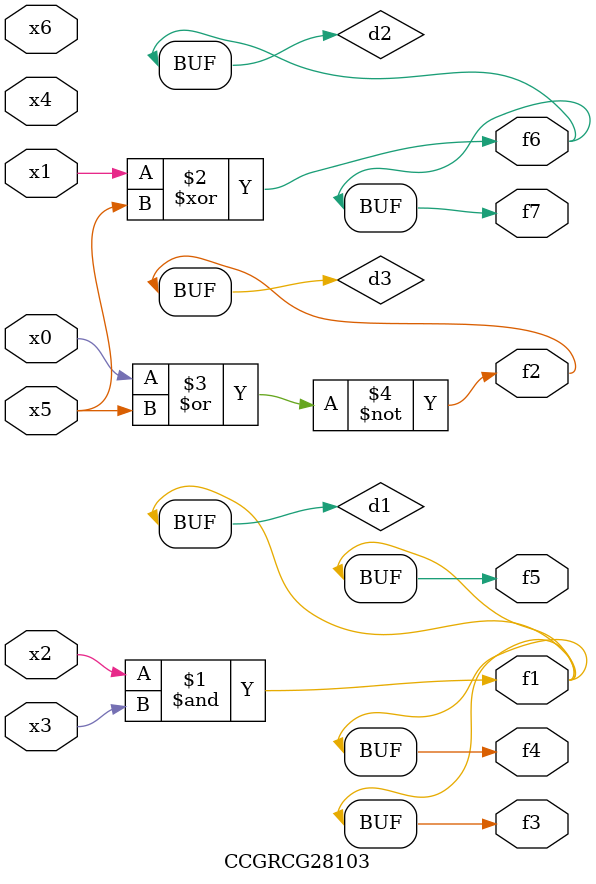
<source format=v>
module CCGRCG28103(
	input x0, x1, x2, x3, x4, x5, x6,
	output f1, f2, f3, f4, f5, f6, f7
);

	wire d1, d2, d3;

	and (d1, x2, x3);
	xor (d2, x1, x5);
	nor (d3, x0, x5);
	assign f1 = d1;
	assign f2 = d3;
	assign f3 = d1;
	assign f4 = d1;
	assign f5 = d1;
	assign f6 = d2;
	assign f7 = d2;
endmodule

</source>
